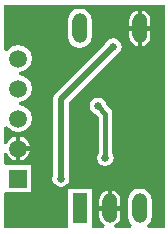
<source format=gtl>
%FSTAX23Y23*%
%MOIN*%
%SFA1B1*%

%IPPOS*%
%ADD16C,0.020000*%
%ADD17C,0.015000*%
%ADD18R,0.050000X0.100000*%
%ADD19O,0.050000X0.100000*%
%ADD20C,0.059055*%
%ADD21R,0.059055X0.059055*%
%ADD22C,0.025000*%
%LNencoderdebouncer-1*%
%LPD*%
G36*
X00535Y-00745D02*
X0048D01*
X00477Y-00735*
X00481Y-00732*
X0049Y-00719*
X00493Y-00703*
Y-00653*
X0049Y-00638*
X00481Y-00624*
X00468Y-00615*
X00452Y-00612*
X00437Y-00615*
X00423Y-00624*
X00415Y-00638*
X00412Y-00653*
Y-00703*
X00415Y-00719*
X00423Y-00732*
X00427Y-00735*
X00424Y-00745*
X00371*
X00368Y-00735*
X00377Y-00728*
X00385Y-00717*
X00388Y-00703*
Y-00686*
X00352*
X00317*
Y-00703*
X00319Y-00717*
X00327Y-00728*
X00336Y-00735*
X00333Y-00745*
X00302*
X00292Y-00743*
Y-00735*
Y-00613*
X00212*
Y-00735*
Y-00743*
X00203Y-00745*
X0*
Y-00632*
X00002Y-00623*
X0001*
X00091*
Y-00534*
X0001*
X00002*
X0Y-00525*
Y-00495*
X0001Y-00494*
X0001Y-00494*
X00018Y-00507*
X00031Y-00516*
X00039Y-00517*
Y-00479*
Y-0044*
X00031Y-00441*
X00018Y-0045*
X0001Y-00463*
X0001Y-00463*
X0Y-00462*
Y-00406*
X0001Y-00403*
X00015Y-00411*
X00029Y-0042*
X00047Y-00424*
X00064Y-0042*
X00079Y-00411*
X00089Y-00396*
X00092Y-00379*
X00089Y-00361*
X00079Y-00346*
X00064Y-00337*
X00049Y-00334*
Y-00323*
X00064Y-0032*
X00079Y-00311*
X00089Y-00296*
X00092Y-00279*
X00089Y-00261*
X00079Y-00246*
X00064Y-00237*
X00049Y-00234*
Y-00223*
X00064Y-0022*
X00079Y-00211*
X00089Y-00196*
X00092Y-00179*
X00089Y-00161*
X00079Y-00146*
X00064Y-00137*
X00047Y-00133*
X00029Y-00137*
X00015Y-00146*
X0001Y-00154*
X0Y-00151*
Y0*
X00535*
Y-00745*
G37*
%LNencoderdebouncer-2*%
%LPC*%
G36*
X0046Y-00019D02*
Y-00071D01*
X00488*
Y-00053*
X00485Y-0004*
X00477Y-00028*
X00466Y-0002*
X0046Y-00019*
G37*
G36*
X00445D02*
X00439Y-0002D01*
X00427Y-00028*
X00419Y-0004*
X00417Y-00053*
Y-00071*
X00445*
Y-00019*
G37*
G36*
Y-00086D02*
X00417D01*
Y-00103*
X00419Y-00117*
X00427Y-00128*
X00439Y-00136*
X00445Y-00137*
Y-00086*
G37*
G36*
X00488D02*
X0046D01*
Y-00137*
X00466Y-00136*
X00477Y-00128*
X00485Y-00117*
X00488Y-00103*
Y-00086*
G37*
G36*
X00252Y-00012D02*
X00237Y-00015D01*
X00223Y-00024*
X00215Y-00038*
X00212Y-00053*
Y-00103*
X00215Y-00119*
X00223Y-00132*
X00237Y-00141*
X00252Y-00144*
X00268Y-00141*
X00281Y-00132*
X0029Y-00119*
X00293Y-00103*
Y-00053*
X0029Y-00038*
X00281Y-00024*
X00268Y-00015*
X00252Y-00012*
G37*
G36*
X00054Y-0044D02*
Y-00471D01*
X00086*
X00084Y-00463*
X00075Y-0045*
X00062Y-00441*
X00054Y-0044*
G37*
G36*
X00086Y-00486D02*
X00054D01*
Y-00517*
X00062Y-00516*
X00075Y-00507*
X00084Y-00494*
X00086Y-00486*
G37*
G36*
X00313Y-00309D02*
X00302Y-00311D01*
X00293Y-00317*
X00287Y-00326*
X00285Y-00337*
X00287Y-00347*
X00293Y-00357*
X00302Y-00363*
X00307Y-00364*
X00315Y-00372*
Y-00494*
X00312Y-00499*
X0031Y-0051*
X00312Y-0052*
X00318Y-00529*
X00328Y-00535*
X00338Y-00538*
X00349Y-00535*
X00358Y-00529*
X00364Y-0052*
X00366Y-0051*
X00364Y-00499*
X00361Y-00494*
Y-00362*
X0036Y-00354*
X00355Y-00346*
X0034Y-00331*
X00339Y-00326*
X00333Y-00317*
X00323Y-00311*
X00313Y-00309*
G37*
G36*
X00364Y-00111D02*
X00353Y-00114D01*
X00344Y-0012*
X00338Y-00129*
X00338Y-0013*
X00171Y-00296*
X00166Y-00304*
X00164Y-00314*
Y-00567*
X00164Y-00568*
X00161Y-00579*
X00164Y-00589*
X0017Y-00598*
X00179Y-00604*
X0019Y-00607*
X002Y-00604*
X00209Y-00598*
X00215Y-00589*
X00218Y-00579*
X00215Y-00568*
X00215Y-00567*
Y-00324*
X00374Y-00166*
X00375Y-00165*
X00384Y-00159*
X0039Y-0015*
X00392Y-0014*
X0039Y-00129*
X00384Y-0012*
X00375Y-00114*
X00364Y-00111*
G37*
G36*
X0036Y-00619D02*
Y-00671D01*
X00388*
Y-00653*
X00385Y-0064*
X00377Y-00628*
X00366Y-0062*
X0036Y-00619*
G37*
G36*
X00345D02*
X00339Y-0062D01*
X00327Y-00628*
X00319Y-0064*
X00317Y-00653*
Y-00671*
X00345*
Y-00619*
G37*
%LNencoderdebouncer-3*%
%LPD*%
G54D16*
X0019Y-00314D02*
X00364Y-0014D01*
X0019Y-00579D02*
Y-00314D01*
G54D17*
X00313Y-00337D02*
X00338Y-00362D01*
Y-0051D02*
Y-00362D01*
G54D18*
X00252Y-00678D03*
G54D19*
X00352Y-00678D03*
X00452D03*
X00252Y-00078D03*
X00452D03*
G54D20*
X00047Y-00179D03*
Y-00279D03*
Y-00379D03*
Y-00479D03*
G54D21*
X00047Y-00579D03*
G54D22*
X0019Y-00579D03*
X00364Y-0014D03*
X00338Y-0051D03*
X00313Y-00337D03*
M02*
</source>
